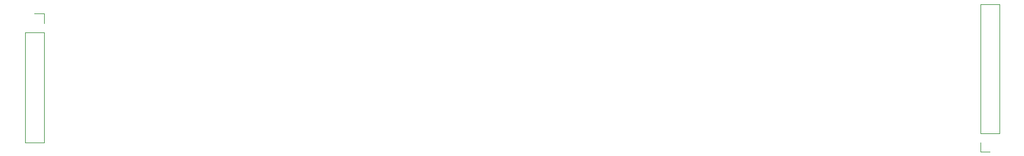
<source format=gbr>
%TF.GenerationSoftware,KiCad,Pcbnew,(5.1.10-1-10_14)*%
%TF.CreationDate,2021-12-11T09:21:19-05:00*%
%TF.ProjectId,control-unit,636f6e74-726f-46c2-9d75-6e69742e6b69,rev?*%
%TF.SameCoordinates,Original*%
%TF.FileFunction,Legend,Bot*%
%TF.FilePolarity,Positive*%
%FSLAX46Y46*%
G04 Gerber Fmt 4.6, Leading zero omitted, Abs format (unit mm)*
G04 Created by KiCad (PCBNEW (5.1.10-1-10_14)) date 2021-12-11 09:21:19*
%MOMM*%
%LPD*%
G01*
G04 APERTURE LIST*
%ADD10C,0.120000*%
G04 APERTURE END LIST*
D10*
%TO.C,J2*%
X265878000Y-128584000D02*
X267208000Y-128584000D01*
X265878000Y-127254000D02*
X265878000Y-128584000D01*
X265878000Y-125984000D02*
X268538000Y-125984000D01*
X268538000Y-125984000D02*
X268538000Y-108144000D01*
X265878000Y-125984000D02*
X265878000Y-108144000D01*
X265878000Y-108144000D02*
X268538000Y-108144000D01*
%TO.C,J1*%
X136458000Y-109414000D02*
X135128000Y-109414000D01*
X136458000Y-110744000D02*
X136458000Y-109414000D01*
X136458000Y-112014000D02*
X133798000Y-112014000D01*
X133798000Y-112014000D02*
X133798000Y-127314000D01*
X136458000Y-112014000D02*
X136458000Y-127314000D01*
X136458000Y-127314000D02*
X133798000Y-127314000D01*
%TD*%
M02*

</source>
